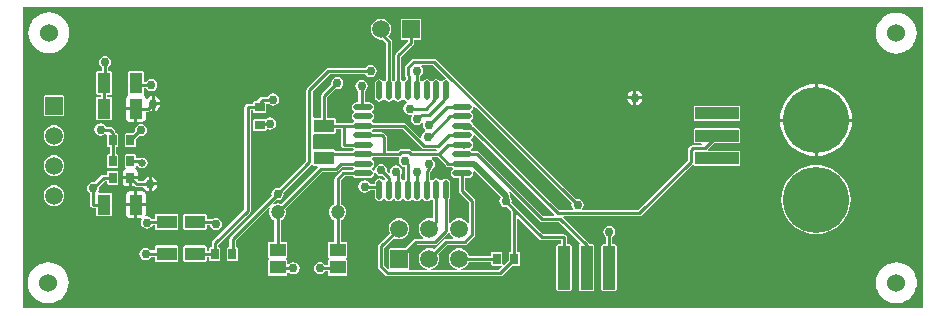
<source format=gtl>
G04 Layer_Physical_Order=1*
G04 Layer_Color=255*
%FSLAX25Y25*%
%MOIN*%
G70*
G01*
G75*
%ADD10R,0.06693X0.04331*%
%ADD11R,0.04331X0.06693*%
%ADD12R,0.02756X0.03543*%
%ADD13R,0.03543X0.02756*%
%ADD14R,0.05512X0.04331*%
%ADD15O,0.02165X0.06496*%
%ADD16O,0.06496X0.02165*%
%ADD17C,0.01000*%
%ADD18C,0.02000*%
%ADD19C,0.06000*%
%ADD20C,0.22000*%
%ADD21C,0.05905*%
%ADD22R,0.05905X0.05905*%
%ADD23C,0.04724*%
%ADD24R,0.05905X0.05905*%
%ADD25R,0.14567X0.03937*%
%ADD26R,0.03937X0.14567*%
%ADD27C,0.03000*%
%ADD28C,0.02500*%
G36*
X592000Y121000D02*
X292000D01*
Y221500D01*
X592000D01*
Y121000D01*
D02*
G37*
%LPC*%
G36*
X335000Y164950D02*
Y163000D01*
X336949D01*
X336855Y163476D01*
X336302Y164302D01*
X335475Y164855D01*
X335000Y164950D01*
D02*
G37*
G36*
X334000D02*
X333524Y164855D01*
X332698Y164302D01*
X332174Y163520D01*
X330498D01*
X330350Y163668D01*
Y164123D01*
X328453D01*
Y161832D01*
X329302D01*
X329355Y161779D01*
X329686Y161558D01*
X330076Y161480D01*
X332174D01*
X332698Y160698D01*
X333524Y160145D01*
X334000Y160050D01*
Y162500D01*
Y164950D01*
D02*
G37*
G36*
X323425Y166936D02*
X320669D01*
X320287Y166778D01*
X320128Y166395D01*
Y165643D01*
X319000D01*
X318610Y165565D01*
X318279Y165344D01*
X315998Y163063D01*
X315500Y163162D01*
X314720Y163007D01*
X314058Y162565D01*
X313616Y161904D01*
X313461Y161123D01*
X313616Y160343D01*
X314058Y159681D01*
X314480Y159399D01*
Y155623D01*
X314558Y155233D01*
X314779Y154902D01*
X315110Y154681D01*
X315500Y154604D01*
X316478D01*
Y152277D01*
X316637Y151894D01*
X317020Y151735D01*
X321350D01*
X321733Y151894D01*
X321892Y152277D01*
Y158970D01*
X321733Y159352D01*
X321350Y159511D01*
X317429D01*
X317162Y160011D01*
X317384Y160343D01*
X317539Y161123D01*
X317440Y161621D01*
X319422Y163603D01*
X320128D01*
Y162852D01*
X320287Y162469D01*
X320669Y162310D01*
X323425D01*
X323808Y162469D01*
X323966Y162852D01*
Y166395D01*
X323808Y166778D01*
X323425Y166936D01*
D02*
G37*
G36*
X336949Y162000D02*
X335000D01*
Y160050D01*
X335475Y160145D01*
X336302Y160698D01*
X336855Y161524D01*
X336949Y162000D01*
D02*
G37*
G36*
X327453Y164123D02*
X325555D01*
Y162852D01*
X325633Y162461D01*
X325854Y162130D01*
X326185Y161909D01*
X326575Y161832D01*
X327453D01*
Y164123D01*
D02*
G37*
G36*
X556000Y183300D02*
X544502D01*
X544611Y181917D01*
X545052Y180080D01*
X545775Y178335D01*
X546762Y176725D01*
X547989Y175288D01*
X549425Y174062D01*
X551035Y173075D01*
X552780Y172352D01*
X554617Y171911D01*
X556000Y171802D01*
Y183300D01*
D02*
G37*
G36*
X568498D02*
X557000D01*
Y171802D01*
X558383Y171911D01*
X560220Y172352D01*
X561965Y173075D01*
X563575Y174062D01*
X565012Y175288D01*
X566238Y176725D01*
X567225Y178335D01*
X567948Y180080D01*
X568389Y181917D01*
X568498Y183300D01*
D02*
G37*
G36*
X318000Y182662D02*
X317220Y182507D01*
X316558Y182065D01*
X316116Y181404D01*
X315961Y180623D01*
X316116Y179843D01*
X316558Y179181D01*
X317220Y178739D01*
X318000Y178584D01*
X318780Y178739D01*
X319442Y179181D01*
X319539Y179327D01*
X319771Y179313D01*
X320128Y178895D01*
Y175352D01*
X320287Y174969D01*
X320669Y174810D01*
X321028D01*
Y172436D01*
X320669D01*
X320287Y172277D01*
X320128Y171895D01*
Y168351D01*
X320287Y167969D01*
X320669Y167810D01*
X323425D01*
X323808Y167969D01*
X323966Y168351D01*
Y171895D01*
X323808Y172277D01*
X323425Y172436D01*
X323067D01*
Y174810D01*
X323425D01*
X323808Y174969D01*
X323966Y175352D01*
Y178895D01*
X323808Y179278D01*
X323425Y179436D01*
X323067D01*
Y179576D01*
X322989Y179966D01*
X322768Y180297D01*
X321721Y181344D01*
X321390Y181565D01*
X321000Y181643D01*
X319724D01*
X319442Y182065D01*
X318780Y182507D01*
X318000Y182662D01*
D02*
G37*
G36*
X302500Y172106D02*
X301599Y171987D01*
X300759Y171639D01*
X300038Y171086D01*
X299484Y170364D01*
X299136Y169525D01*
X299018Y168623D01*
X299136Y167722D01*
X299484Y166882D01*
X300038Y166161D01*
X300759Y165607D01*
X301599Y165259D01*
X302500Y165141D01*
X303401Y165259D01*
X304241Y165607D01*
X304962Y166161D01*
X305516Y166882D01*
X305864Y167722D01*
X305982Y168623D01*
X305864Y169525D01*
X305516Y170364D01*
X304962Y171086D01*
X304241Y171639D01*
X303401Y171987D01*
X302500Y172106D01*
D02*
G37*
G36*
X329331Y172436D02*
X326575D01*
X326192Y172277D01*
X326034Y171895D01*
Y168351D01*
X326192Y167969D01*
X326389Y167887D01*
X326338Y167367D01*
X326185Y167337D01*
X325854Y167116D01*
X325633Y166785D01*
X325555Y166395D01*
Y165123D01*
X327953D01*
X330350D01*
Y166395D01*
X330273Y166785D01*
X330052Y167116D01*
X329721Y167337D01*
X329568Y167367D01*
X329517Y167887D01*
X329713Y167969D01*
X329872Y168351D01*
Y168485D01*
X330372Y168637D01*
X330638Y168238D01*
X331217Y167851D01*
X331900Y167716D01*
X332583Y167851D01*
X333162Y168238D01*
X333548Y168817D01*
X333684Y169500D01*
X333548Y170183D01*
X333162Y170762D01*
X332583Y171149D01*
X331900Y171284D01*
X331217Y171149D01*
X331209Y171143D01*
X329872D01*
Y171895D01*
X329713Y172277D01*
X329331Y172436D01*
D02*
G37*
G36*
X331980Y159989D02*
X330315D01*
Y156123D01*
X333000D01*
Y158970D01*
X332922Y159360D01*
X332701Y159691D01*
X332370Y159912D01*
X331980Y159989D01*
D02*
G37*
G36*
X343347Y142015D02*
X336653D01*
X336271Y141856D01*
X336112Y141473D01*
Y140328D01*
X334600D01*
X334442Y140565D01*
X333780Y141007D01*
X333000Y141162D01*
X332220Y141007D01*
X331558Y140565D01*
X331116Y139903D01*
X330961Y139123D01*
X331116Y138343D01*
X331558Y137681D01*
X332220Y137239D01*
X333000Y137084D01*
X333780Y137239D01*
X334442Y137681D01*
X334848Y138289D01*
X336112D01*
Y137143D01*
X336271Y136760D01*
X336653Y136602D01*
X343347D01*
X343729Y136760D01*
X343888Y137143D01*
Y141473D01*
X343729Y141856D01*
X343347Y142015D01*
D02*
G37*
G36*
X556500Y168836D02*
X554695Y168693D01*
X552935Y168271D01*
X551263Y167578D01*
X549720Y166632D01*
X548343Y165457D01*
X547167Y164080D01*
X546222Y162537D01*
X545529Y160865D01*
X545107Y159105D01*
X544964Y157300D01*
X545107Y155495D01*
X545529Y153735D01*
X546222Y152063D01*
X547167Y150520D01*
X548343Y149143D01*
X549720Y147968D01*
X551263Y147022D01*
X552935Y146329D01*
X554695Y145906D01*
X556500Y145764D01*
X558305Y145906D01*
X560065Y146329D01*
X561737Y147022D01*
X563280Y147968D01*
X564657Y149143D01*
X565833Y150520D01*
X566778Y152063D01*
X567471Y153735D01*
X567894Y155495D01*
X568036Y157300D01*
X567894Y159105D01*
X567471Y160865D01*
X566778Y162537D01*
X565833Y164080D01*
X564657Y165457D01*
X563280Y166632D01*
X561737Y167578D01*
X560065Y168271D01*
X558305Y168693D01*
X556500Y168836D01*
D02*
G37*
G36*
X583300Y136421D02*
X583274Y136411D01*
X583247Y136419D01*
X582022Y136298D01*
X581973Y136272D01*
X581918Y136277D01*
X580740Y135920D01*
X580697Y135885D01*
X580642Y135880D01*
X579556Y135299D01*
X579521Y135256D01*
X579468Y135240D01*
X578516Y134459D01*
X578490Y134410D01*
X578441Y134384D01*
X577660Y133432D01*
X577644Y133379D01*
X577601Y133344D01*
X577021Y132258D01*
X577015Y132203D01*
X576980Y132160D01*
X576622Y130982D01*
X576628Y130927D01*
X576602Y130878D01*
X576481Y129653D01*
X576497Y129600D01*
X576481Y129547D01*
X576602Y128322D01*
X576628Y128273D01*
X576622Y128218D01*
X576980Y127040D01*
X577015Y126997D01*
X577021Y126942D01*
X577601Y125856D01*
X577644Y125821D01*
X577660Y125768D01*
X578441Y124816D01*
X578490Y124790D01*
X578516Y124741D01*
X579468Y123960D01*
X579521Y123944D01*
X579556Y123901D01*
X580642Y123320D01*
X580697Y123315D01*
X580740Y123280D01*
X581918Y122923D01*
X581973Y122928D01*
X582022Y122902D01*
X583247Y122781D01*
X583274Y122789D01*
X583300Y122779D01*
X583326Y122789D01*
X583353Y122781D01*
X584578Y122902D01*
X584627Y122928D01*
X584682Y122923D01*
X585860Y123280D01*
X585903Y123315D01*
X585958Y123320D01*
X587044Y123901D01*
X587079Y123944D01*
X587132Y123960D01*
X588084Y124741D01*
X588110Y124790D01*
X588159Y124816D01*
X588940Y125768D01*
X588956Y125821D01*
X588999Y125856D01*
X589579Y126942D01*
X589585Y126997D01*
X589620Y127040D01*
X589978Y128218D01*
X589972Y128273D01*
X589998Y128322D01*
X590119Y129547D01*
X590103Y129600D01*
X590119Y129653D01*
X589998Y130878D01*
X589972Y130927D01*
X589978Y130982D01*
X589620Y132160D01*
X589585Y132203D01*
X589579Y132258D01*
X588999Y133344D01*
X588956Y133379D01*
X588940Y133432D01*
X588159Y134384D01*
X588110Y134410D01*
X588084Y134459D01*
X587132Y135240D01*
X587079Y135256D01*
X587044Y135299D01*
X585958Y135880D01*
X585903Y135885D01*
X585860Y135920D01*
X584682Y136277D01*
X584627Y136272D01*
X584578Y136298D01*
X583353Y136419D01*
X583326Y136411D01*
X583300Y136421D01*
D02*
G37*
G36*
X487600Y148539D02*
X486820Y148384D01*
X486158Y147942D01*
X485716Y147280D01*
X485561Y146500D01*
X485716Y145720D01*
X486158Y145058D01*
X486480Y144843D01*
Y142448D01*
X485532D01*
X485149Y142289D01*
X484990Y141907D01*
Y127340D01*
X485149Y126957D01*
X485532Y126798D01*
X489468D01*
X489851Y126957D01*
X490010Y127340D01*
Y141907D01*
X489851Y142289D01*
X489468Y142448D01*
X488520D01*
Y144709D01*
X489042Y145058D01*
X489484Y145720D01*
X489639Y146500D01*
X489484Y147280D01*
X489042Y147942D01*
X488380Y148384D01*
X487600Y148539D01*
D02*
G37*
G36*
X300600Y136421D02*
X300574Y136411D01*
X300547Y136419D01*
X299322Y136298D01*
X299273Y136272D01*
X299218Y136277D01*
X298040Y135920D01*
X297997Y135885D01*
X297941Y135880D01*
X296856Y135299D01*
X296821Y135256D01*
X296768Y135240D01*
X295816Y134459D01*
X295790Y134410D01*
X295741Y134384D01*
X294960Y133432D01*
X294944Y133379D01*
X294901Y133344D01*
X294321Y132258D01*
X294315Y132203D01*
X294280Y132160D01*
X293922Y130982D01*
X293928Y130927D01*
X293902Y130878D01*
X293781Y129653D01*
X293797Y129600D01*
X293781Y129547D01*
X293902Y128322D01*
X293928Y128273D01*
X293922Y128218D01*
X294280Y127040D01*
X294315Y126997D01*
X294321Y126942D01*
X294901Y125856D01*
X294944Y125821D01*
X294960Y125768D01*
X295741Y124816D01*
X295790Y124790D01*
X295816Y124741D01*
X296768Y123960D01*
X296821Y123944D01*
X296856Y123901D01*
X297941Y123320D01*
X297997Y123315D01*
X298040Y123280D01*
X299218Y122923D01*
X299273Y122928D01*
X299322Y122902D01*
X300547Y122781D01*
X300574Y122789D01*
X300600Y122779D01*
X300626Y122789D01*
X300653Y122781D01*
X301878Y122902D01*
X301927Y122928D01*
X301982Y122923D01*
X303160Y123280D01*
X303203Y123315D01*
X303258Y123320D01*
X304344Y123901D01*
X304379Y123944D01*
X304432Y123960D01*
X305384Y124741D01*
X305410Y124790D01*
X305459Y124816D01*
X306240Y125768D01*
X306256Y125821D01*
X306299Y125856D01*
X306879Y126942D01*
X306885Y126997D01*
X306920Y127040D01*
X307277Y128218D01*
X307272Y128273D01*
X307298Y128322D01*
X307419Y129547D01*
X307403Y129600D01*
X307419Y129653D01*
X307298Y130878D01*
X307272Y130927D01*
X307277Y130982D01*
X306920Y132160D01*
X306885Y132203D01*
X306879Y132258D01*
X306299Y133344D01*
X306256Y133379D01*
X306240Y133432D01*
X305459Y134384D01*
X305410Y134410D01*
X305384Y134459D01*
X304432Y135240D01*
X304379Y135256D01*
X304344Y135299D01*
X303258Y135880D01*
X303203Y135885D01*
X303160Y135920D01*
X301982Y136277D01*
X301927Y136272D01*
X301878Y136298D01*
X300653Y136419D01*
X300626Y136411D01*
X300600Y136421D01*
D02*
G37*
G36*
X302500Y162106D02*
X301599Y161987D01*
X300759Y161639D01*
X300038Y161086D01*
X299484Y160364D01*
X299136Y159525D01*
X299018Y158623D01*
X299136Y157722D01*
X299484Y156882D01*
X300038Y156161D01*
X300759Y155607D01*
X301599Y155259D01*
X302500Y155141D01*
X303401Y155259D01*
X304241Y155607D01*
X304962Y156161D01*
X305516Y156882D01*
X305864Y157722D01*
X305982Y158623D01*
X305864Y159525D01*
X305516Y160364D01*
X304962Y161086D01*
X304241Y161639D01*
X303401Y161987D01*
X302500Y162106D01*
D02*
G37*
G36*
X329315Y159989D02*
X327650D01*
X327259Y159912D01*
X326929Y159691D01*
X326708Y159360D01*
X326630Y158970D01*
Y156123D01*
X329315D01*
Y159989D01*
D02*
G37*
G36*
Y155123D02*
X326630D01*
Y152277D01*
X326708Y151886D01*
X326929Y151556D01*
X327259Y151335D01*
X327650Y151257D01*
X329315D01*
Y155123D01*
D02*
G37*
G36*
X352847Y152645D02*
X346153D01*
X345771Y152486D01*
X345612Y152103D01*
Y147773D01*
X345771Y147390D01*
X346153Y147231D01*
X352847D01*
X353229Y147390D01*
X353388Y147773D01*
Y148918D01*
X354502D01*
X354616Y148343D01*
X355058Y147681D01*
X355720Y147239D01*
X356500Y147084D01*
X357280Y147239D01*
X357942Y147681D01*
X358384Y148343D01*
X358539Y149123D01*
X358384Y149904D01*
X357942Y150565D01*
X357280Y151007D01*
X356500Y151162D01*
X355720Y151007D01*
X355646Y150958D01*
X353388D01*
Y152103D01*
X353229Y152486D01*
X352847Y152645D01*
D02*
G37*
G36*
X333000Y155123D02*
X330315D01*
Y151257D01*
X331585D01*
X331852Y150757D01*
X331616Y150403D01*
X331461Y149623D01*
X331616Y148843D01*
X332058Y148181D01*
X332720Y147739D01*
X333500Y147584D01*
X334280Y147739D01*
X334942Y148181D01*
X335384Y148843D01*
X335399Y148918D01*
X336112D01*
Y147773D01*
X336271Y147390D01*
X336653Y147231D01*
X343347D01*
X343729Y147390D01*
X343888Y147773D01*
Y152103D01*
X343729Y152486D01*
X343347Y152645D01*
X336653D01*
X336271Y152486D01*
X336112Y152103D01*
Y150958D01*
X335014D01*
X334942Y151065D01*
X334280Y151507D01*
X333500Y151662D01*
X333343Y151631D01*
X333253Y151685D01*
X332958Y152064D01*
X333000Y152277D01*
Y155123D01*
D02*
G37*
G36*
X498550Y190700D02*
X496600D01*
Y188751D01*
X497076Y188845D01*
X497902Y189398D01*
X498455Y190225D01*
X498550Y190700D01*
D02*
G37*
G36*
X336000Y191750D02*
Y189800D01*
X337949D01*
X337855Y190276D01*
X337302Y191102D01*
X336475Y191655D01*
X336000Y191750D01*
D02*
G37*
G36*
X495600Y190700D02*
X493650D01*
X493745Y190225D01*
X494298Y189398D01*
X495124Y188845D01*
X495600Y188751D01*
Y190700D01*
D02*
G37*
G36*
X337949Y188800D02*
X336000D01*
Y186851D01*
X336475Y186945D01*
X337302Y187498D01*
X337855Y188324D01*
X337949Y188800D01*
D02*
G37*
G36*
X375500Y192662D02*
X374720Y192507D01*
X374058Y192065D01*
X373776Y191643D01*
X372000D01*
X371610Y191565D01*
X371279Y191344D01*
X370279Y190344D01*
X370058Y190013D01*
X370054Y189995D01*
X369228D01*
X368846Y189837D01*
X368687Y189454D01*
Y189143D01*
X367000D01*
X366610Y189065D01*
X366279Y188844D01*
X366058Y188513D01*
X365980Y188123D01*
Y154045D01*
X355326Y143391D01*
X355105Y143061D01*
X355028Y142670D01*
Y141436D01*
X354669D01*
X354287Y141278D01*
X354128Y140895D01*
Y140143D01*
X353388D01*
Y141473D01*
X353229Y141856D01*
X352847Y142015D01*
X346153D01*
X345771Y141856D01*
X345612Y141473D01*
Y137143D01*
X345771Y136760D01*
X346153Y136602D01*
X352847D01*
X353229Y136760D01*
X353388Y137143D01*
Y138103D01*
X354128D01*
Y137352D01*
X354287Y136969D01*
X354669Y136810D01*
X357425D01*
X357808Y136969D01*
X357966Y137352D01*
Y140895D01*
X357808Y141278D01*
X357425Y141436D01*
X357067D01*
Y142248D01*
X367721Y152902D01*
X367942Y153233D01*
X368020Y153623D01*
Y187103D01*
X368687D01*
Y186698D01*
X368846Y186315D01*
X369228Y186157D01*
X372772D01*
X373154Y186315D01*
X373313Y186698D01*
Y188986D01*
X373802Y189479D01*
X373859D01*
X374058Y189181D01*
X374720Y188739D01*
X375500Y188584D01*
X376280Y188739D01*
X376942Y189181D01*
X377384Y189843D01*
X377539Y190623D01*
X377384Y191403D01*
X376942Y192065D01*
X376280Y192507D01*
X375500Y192662D01*
D02*
G37*
G36*
X495600Y193649D02*
X495124Y193555D01*
X494298Y193002D01*
X493745Y192175D01*
X493650Y191700D01*
X495600D01*
Y193649D01*
D02*
G37*
G36*
X583200Y219621D02*
X583174Y219611D01*
X583147Y219619D01*
X581922Y219498D01*
X581873Y219472D01*
X581818Y219478D01*
X580640Y219120D01*
X580597Y219085D01*
X580542Y219079D01*
X579456Y218499D01*
X579421Y218456D01*
X579368Y218440D01*
X578416Y217659D01*
X578390Y217610D01*
X578341Y217584D01*
X577560Y216632D01*
X577544Y216579D01*
X577501Y216544D01*
X576921Y215458D01*
X576915Y215403D01*
X576880Y215360D01*
X576522Y214182D01*
X576528Y214127D01*
X576502Y214078D01*
X576381Y212853D01*
X576397Y212800D01*
X576381Y212747D01*
X576502Y211522D01*
X576528Y211473D01*
X576522Y211418D01*
X576880Y210240D01*
X576915Y210197D01*
X576921Y210141D01*
X577501Y209056D01*
X577544Y209021D01*
X577560Y208968D01*
X578341Y208016D01*
X578390Y207990D01*
X578416Y207941D01*
X579368Y207160D01*
X579421Y207144D01*
X579456Y207101D01*
X580542Y206521D01*
X580597Y206515D01*
X580640Y206480D01*
X581818Y206122D01*
X581873Y206128D01*
X581922Y206102D01*
X583147Y205981D01*
X583174Y205989D01*
X583200Y205979D01*
X583226Y205989D01*
X583253Y205981D01*
X584478Y206102D01*
X584527Y206128D01*
X584582Y206122D01*
X585760Y206480D01*
X585803Y206515D01*
X585858Y206521D01*
X586944Y207101D01*
X586979Y207144D01*
X587032Y207160D01*
X587984Y207941D01*
X588010Y207990D01*
X588059Y208016D01*
X588840Y208968D01*
X588856Y209021D01*
X588899Y209056D01*
X589479Y210141D01*
X589485Y210197D01*
X589520Y210240D01*
X589878Y211418D01*
X589872Y211473D01*
X589898Y211522D01*
X590019Y212747D01*
X590003Y212800D01*
X590019Y212853D01*
X589898Y214078D01*
X589872Y214127D01*
X589878Y214182D01*
X589520Y215360D01*
X589485Y215403D01*
X589479Y215458D01*
X588899Y216544D01*
X588856Y216579D01*
X588840Y216632D01*
X588059Y217584D01*
X588010Y217610D01*
X587984Y217659D01*
X587032Y218440D01*
X586979Y218456D01*
X586944Y218499D01*
X585858Y219079D01*
X585803Y219085D01*
X585760Y219120D01*
X584582Y219478D01*
X584527Y219472D01*
X584478Y219498D01*
X583253Y219619D01*
X583226Y219611D01*
X583200Y219621D01*
D02*
G37*
G36*
X300800Y219721D02*
X300774Y219711D01*
X300747Y219719D01*
X299522Y219598D01*
X299473Y219572D01*
X299418Y219578D01*
X298240Y219220D01*
X298197Y219185D01*
X298142Y219180D01*
X297056Y218599D01*
X297021Y218556D01*
X296968Y218540D01*
X296016Y217759D01*
X295990Y217710D01*
X295941Y217684D01*
X295160Y216732D01*
X295144Y216679D01*
X295101Y216644D01*
X294520Y215559D01*
X294515Y215503D01*
X294480Y215460D01*
X294123Y214282D01*
X294128Y214227D01*
X294102Y214178D01*
X293981Y212953D01*
X293997Y212900D01*
X293981Y212847D01*
X294102Y211622D01*
X294128Y211573D01*
X294123Y211518D01*
X294480Y210340D01*
X294515Y210297D01*
X294520Y210242D01*
X295101Y209156D01*
X295144Y209121D01*
X295160Y209068D01*
X295941Y208116D01*
X295990Y208090D01*
X296016Y208041D01*
X296968Y207260D01*
X297021Y207244D01*
X297056Y207201D01*
X298142Y206621D01*
X298197Y206615D01*
X298240Y206580D01*
X299418Y206223D01*
X299473Y206228D01*
X299522Y206202D01*
X300747Y206081D01*
X300774Y206089D01*
X300800Y206079D01*
X300826Y206089D01*
X300853Y206081D01*
X302078Y206202D01*
X302127Y206228D01*
X302182Y206223D01*
X303360Y206580D01*
X303403Y206615D01*
X303458Y206621D01*
X304544Y207201D01*
X304579Y207244D01*
X304632Y207260D01*
X305584Y208041D01*
X305610Y208090D01*
X305659Y208116D01*
X306440Y209068D01*
X306456Y209121D01*
X306499Y209156D01*
X307080Y210242D01*
X307085Y210297D01*
X307120Y210340D01*
X307477Y211518D01*
X307472Y211573D01*
X307498Y211622D01*
X307619Y212847D01*
X307603Y212900D01*
X307619Y212953D01*
X307498Y214178D01*
X307472Y214227D01*
X307477Y214282D01*
X307120Y215460D01*
X307085Y215503D01*
X307080Y215559D01*
X306499Y216644D01*
X306456Y216679D01*
X306440Y216732D01*
X305659Y217684D01*
X305610Y217710D01*
X305584Y217759D01*
X304632Y218540D01*
X304579Y218556D01*
X304544Y218599D01*
X303458Y219180D01*
X303403Y219185D01*
X303360Y219220D01*
X302182Y219578D01*
X302127Y219572D01*
X302078Y219598D01*
X300853Y219719D01*
X300826Y219711D01*
X300800Y219721D01*
D02*
G37*
G36*
X424453Y217617D02*
X418547D01*
X418165Y217459D01*
X418006Y217076D01*
Y211170D01*
X418165Y210788D01*
X418547Y210629D01*
X420480D01*
Y210046D01*
X416555Y206120D01*
X416334Y205789D01*
X416256Y205399D01*
Y197046D01*
X416135Y196965D01*
X416002Y196766D01*
X415529D01*
X415146Y197160D01*
Y209997D01*
X415068Y210387D01*
X414847Y210718D01*
X413959Y211606D01*
X413963Y211661D01*
X414516Y212382D01*
X414864Y213222D01*
X414983Y214123D01*
X414864Y215024D01*
X414516Y215864D01*
X413963Y216586D01*
X413241Y217139D01*
X412401Y217487D01*
X411500Y217606D01*
X410599Y217487D01*
X409759Y217139D01*
X409037Y216586D01*
X408484Y215864D01*
X408136Y215024D01*
X408017Y214123D01*
X408136Y213222D01*
X408484Y212382D01*
X409037Y211661D01*
X409759Y211107D01*
X410599Y210759D01*
X411500Y210641D01*
X411978Y210703D01*
X413106Y209575D01*
Y197046D01*
X412985Y196965D01*
X412852Y196766D01*
X412251D01*
X412117Y196965D01*
X411594Y197315D01*
X410976Y197438D01*
X410359Y197315D01*
X409835Y196965D01*
X409485Y196441D01*
X409363Y195824D01*
Y191493D01*
X409485Y190876D01*
X409835Y190352D01*
X410359Y190002D01*
X410976Y189880D01*
X411594Y190002D01*
X412117Y190352D01*
X412251Y190551D01*
X412852D01*
X412985Y190352D01*
X413509Y190002D01*
X414126Y189880D01*
X414744Y190002D01*
X415267Y190352D01*
X415400Y190551D01*
X416002D01*
X416135Y190352D01*
X416658Y190002D01*
X417276Y189880D01*
X417893Y190002D01*
X418417Y190352D01*
X418550Y190551D01*
X419151D01*
X419284Y190352D01*
X419808Y190002D01*
X420056Y189953D01*
X420079Y189891D01*
X420108Y189433D01*
X419558Y189065D01*
X419116Y188403D01*
X418961Y187623D01*
X419116Y186843D01*
X419558Y186181D01*
X420220Y185739D01*
X421000Y185584D01*
X421541Y185692D01*
X421842Y185242D01*
X421616Y184904D01*
X421461Y184123D01*
X421616Y183343D01*
X422058Y182681D01*
X422720Y182239D01*
X423500Y182084D01*
X424280Y182239D01*
X424942Y182681D01*
X425113Y182937D01*
X425584Y182742D01*
X425461Y182123D01*
X425616Y181343D01*
X426058Y180681D01*
X426285Y180530D01*
X426220Y180007D01*
X425558Y179565D01*
X425116Y178903D01*
X424961Y178123D01*
X424974Y178055D01*
X424513Y177809D01*
X419754Y182569D01*
X419423Y182790D01*
X419033Y182867D01*
X408852D01*
X408771Y182989D01*
X408572Y183122D01*
Y183723D01*
X408771Y183856D01*
X409121Y184380D01*
X409244Y184997D01*
X409121Y185615D01*
X408771Y186138D01*
X408572Y186271D01*
Y186873D01*
X408771Y187006D01*
X409121Y187529D01*
X409244Y188147D01*
X409121Y188764D01*
X408771Y189288D01*
X408248Y189638D01*
X407630Y189760D01*
X406020D01*
Y193399D01*
X406442Y193681D01*
X406884Y194343D01*
X407039Y195123D01*
X406884Y195904D01*
X406442Y196565D01*
X405780Y197007D01*
X405000Y197162D01*
X404220Y197007D01*
X403558Y196565D01*
X403116Y195904D01*
X402961Y195123D01*
X403116Y194343D01*
X403558Y193681D01*
X403980Y193399D01*
Y189760D01*
X403299D01*
X402682Y189638D01*
X402158Y189288D01*
X401808Y188764D01*
X401685Y188147D01*
X401808Y187529D01*
X402158Y187006D01*
X402357Y186873D01*
Y186271D01*
X402158Y186138D01*
X401808Y185615D01*
X401685Y184997D01*
X401808Y184380D01*
X402158Y183856D01*
X402357Y183723D01*
Y183251D01*
X401963Y182867D01*
X396388D01*
Y184103D01*
X396229Y184486D01*
X395847Y184645D01*
X393520D01*
Y191378D01*
X396402Y194260D01*
X396900Y194161D01*
X397680Y194316D01*
X398342Y194758D01*
X398784Y195420D01*
X398939Y196200D01*
X398784Y196980D01*
X398342Y197642D01*
X397680Y198084D01*
X396900Y198239D01*
X396120Y198084D01*
X395458Y197642D01*
X395016Y196980D01*
X394861Y196200D01*
X394960Y195702D01*
X391779Y192521D01*
X391558Y192190D01*
X391480Y191800D01*
Y184645D01*
X389154D01*
X388673Y184987D01*
Y193431D01*
X394345Y199103D01*
X406276D01*
X406558Y198681D01*
X407220Y198239D01*
X408000Y198084D01*
X408780Y198239D01*
X409442Y198681D01*
X409884Y199343D01*
X410039Y200123D01*
X409884Y200904D01*
X409442Y201565D01*
X408780Y202007D01*
X408000Y202162D01*
X407220Y202007D01*
X406558Y201565D01*
X406276Y201143D01*
X393923D01*
X393533Y201065D01*
X393202Y200844D01*
X386933Y194574D01*
X386712Y194244D01*
X386634Y193853D01*
Y170199D01*
X377498Y161063D01*
X377000Y161162D01*
X376220Y161007D01*
X375558Y160565D01*
X375116Y159904D01*
X374961Y159123D01*
X375060Y158625D01*
X361279Y144844D01*
X361058Y144513D01*
X360980Y144123D01*
Y141436D01*
X360575D01*
X360192Y141278D01*
X360034Y140895D01*
Y137352D01*
X360192Y136969D01*
X360575Y136810D01*
X363331D01*
X363713Y136969D01*
X363872Y137352D01*
Y140895D01*
X363713Y141278D01*
X363331Y141436D01*
X363020D01*
Y143701D01*
X374010Y154692D01*
X374434Y154409D01*
X374212Y153870D01*
X374113Y153123D01*
X374212Y152376D01*
X374500Y151680D01*
X374959Y151082D01*
X375557Y150623D01*
X375980Y150447D01*
Y143282D01*
X374244D01*
X373861Y143124D01*
X373703Y142741D01*
Y138410D01*
X373861Y138028D01*
X374244Y137869D01*
Y137377D01*
X373861Y137218D01*
X373703Y136836D01*
Y132505D01*
X373861Y132122D01*
X374244Y131964D01*
X379756D01*
X380139Y132122D01*
X380297Y132505D01*
Y132898D01*
X380797Y133049D01*
X380858Y132958D01*
X381520Y132516D01*
X382300Y132361D01*
X383080Y132516D01*
X383742Y132958D01*
X384184Y133620D01*
X384339Y134400D01*
X384184Y135180D01*
X383742Y135842D01*
X383080Y136284D01*
X382300Y136439D01*
X381520Y136284D01*
X380858Y135842D01*
X380797Y135751D01*
X380297Y135902D01*
Y136836D01*
X380139Y137218D01*
X379756Y137377D01*
Y137869D01*
X380139Y138028D01*
X380297Y138410D01*
Y142741D01*
X380139Y143124D01*
X379756Y143282D01*
X378020D01*
Y150447D01*
X378443Y150623D01*
X379041Y151082D01*
X379500Y151680D01*
X379788Y152376D01*
X379887Y153123D01*
X379788Y153870D01*
X379613Y154294D01*
X391942Y166623D01*
X396468D01*
X396858Y166701D01*
X397189Y166922D01*
X398496Y168229D01*
X402077D01*
X402158Y168108D01*
X402357Y167975D01*
Y167503D01*
X401963Y167119D01*
X398976D01*
X398586Y167042D01*
X398255Y166821D01*
X396279Y164844D01*
X396058Y164513D01*
X395980Y164123D01*
Y155799D01*
X395557Y155623D01*
X394959Y155165D01*
X394500Y154567D01*
X394212Y153870D01*
X394113Y153123D01*
X394212Y152376D01*
X394500Y151680D01*
X394959Y151082D01*
X395557Y150623D01*
X395980Y150447D01*
Y143282D01*
X394244D01*
X393861Y143124D01*
X393703Y142741D01*
Y138410D01*
X393861Y138028D01*
X394244Y137869D01*
Y137377D01*
X393861Y137218D01*
X393703Y136836D01*
Y135520D01*
X392924D01*
X392642Y135942D01*
X391980Y136384D01*
X391200Y136539D01*
X390420Y136384D01*
X389758Y135942D01*
X389316Y135280D01*
X389161Y134500D01*
X389316Y133720D01*
X389758Y133058D01*
X390420Y132616D01*
X391200Y132461D01*
X391980Y132616D01*
X392642Y133058D01*
X392924Y133480D01*
X393703D01*
Y132505D01*
X393861Y132122D01*
X394244Y131964D01*
X399756D01*
X400139Y132122D01*
X400297Y132505D01*
Y136836D01*
X400139Y137218D01*
X399756Y137377D01*
Y137869D01*
X400139Y138028D01*
X400297Y138410D01*
Y142741D01*
X400139Y143124D01*
X399756Y143282D01*
X398020D01*
Y150447D01*
X398443Y150623D01*
X399041Y151082D01*
X399500Y151680D01*
X399788Y152376D01*
X399887Y153123D01*
X399788Y153870D01*
X399500Y154567D01*
X399041Y155165D01*
X398443Y155623D01*
X398020Y155799D01*
Y163701D01*
X399399Y165080D01*
X402077D01*
X402158Y164959D01*
X402682Y164609D01*
X403299Y164486D01*
X407630D01*
X408248Y164609D01*
X408771Y164959D01*
X409121Y165482D01*
X409228Y166023D01*
X409467Y166133D01*
X409729Y166173D01*
X410058Y165681D01*
X410720Y165239D01*
X411500Y165084D01*
X411998Y165183D01*
X412806Y164376D01*
X412877Y164185D01*
X412681Y163900D01*
X412117Y163894D01*
X411594Y164244D01*
X410976Y164367D01*
X410359Y164244D01*
X409835Y163894D01*
X409485Y163371D01*
X409363Y162753D01*
Y162643D01*
X407724D01*
X407442Y163065D01*
X406780Y163507D01*
X406000Y163662D01*
X405220Y163507D01*
X404558Y163065D01*
X404116Y162404D01*
X403961Y161623D01*
X404116Y160843D01*
X404558Y160181D01*
X405220Y159739D01*
X406000Y159584D01*
X406780Y159739D01*
X407442Y160181D01*
X407724Y160603D01*
X409363D01*
Y158422D01*
X409485Y157805D01*
X409835Y157281D01*
X410359Y156931D01*
X410976Y156809D01*
X411594Y156931D01*
X412117Y157281D01*
X412251Y157481D01*
X412852D01*
X412985Y157281D01*
X413509Y156931D01*
X414126Y156809D01*
X414744Y156931D01*
X415267Y157281D01*
X415400Y157481D01*
X416002D01*
X416135Y157281D01*
X416658Y156931D01*
X417276Y156809D01*
X417893Y156931D01*
X418417Y157281D01*
X418550Y157481D01*
X419151D01*
X419284Y157281D01*
X419808Y156931D01*
X420425Y156809D01*
X421043Y156931D01*
X421566Y157281D01*
X421699Y157481D01*
X422301D01*
X422434Y157281D01*
X422957Y156931D01*
X423575Y156809D01*
X424192Y156931D01*
X424716Y157281D01*
X424849Y157481D01*
X425450D01*
X425583Y157281D01*
X426107Y156931D01*
X426724Y156809D01*
X427342Y156931D01*
X427865Y157281D01*
X427998Y157481D01*
X428471D01*
X428854Y157086D01*
Y151249D01*
X428513Y151021D01*
X428354Y150993D01*
X427500Y151106D01*
X426599Y150987D01*
X425759Y150639D01*
X425037Y150086D01*
X424484Y149364D01*
X424136Y148524D01*
X424017Y147623D01*
X424136Y146722D01*
X424484Y145882D01*
X425037Y145161D01*
X425651Y144690D01*
X425537Y144215D01*
X425523Y144190D01*
X423047D01*
X422657Y144112D01*
X422326Y143891D01*
X419552Y141117D01*
X414547D01*
X414165Y140959D01*
X414006Y140576D01*
Y134670D01*
X414096Y134453D01*
X413672Y134170D01*
X412620Y135222D01*
Y141301D01*
X415877Y144558D01*
X416599Y144259D01*
X417500Y144141D01*
X418401Y144259D01*
X419241Y144607D01*
X419963Y145161D01*
X420516Y145882D01*
X420864Y146722D01*
X420983Y147623D01*
X420864Y148524D01*
X420516Y149364D01*
X419963Y150086D01*
X419241Y150639D01*
X418401Y150987D01*
X417500Y151106D01*
X416599Y150987D01*
X415759Y150639D01*
X415037Y150086D01*
X414484Y149364D01*
X414136Y148524D01*
X414017Y147623D01*
X414136Y146722D01*
X414435Y146000D01*
X410879Y142444D01*
X410658Y142113D01*
X410580Y141723D01*
Y134800D01*
X410658Y134410D01*
X410879Y134079D01*
X412979Y131979D01*
X413310Y131758D01*
X413700Y131680D01*
X451030D01*
X451420Y131758D01*
X451751Y131979D01*
X455082Y135310D01*
X457331D01*
X457713Y135469D01*
X457872Y135852D01*
Y139395D01*
X457713Y139778D01*
X457331Y139936D01*
X456972D01*
Y150732D01*
X457434Y150924D01*
X464379Y143979D01*
X464710Y143758D01*
X465100Y143680D01*
X471480D01*
Y142448D01*
X470532D01*
X470149Y142289D01*
X469990Y141907D01*
Y127340D01*
X470149Y126957D01*
X470532Y126798D01*
X474469D01*
X474851Y126957D01*
X475010Y127340D01*
Y141907D01*
X474851Y142289D01*
X474469Y142448D01*
X473520D01*
Y144700D01*
X473442Y145090D01*
X473221Y145421D01*
X472890Y145642D01*
X472500Y145720D01*
X465522D01*
X456674Y154568D01*
X454940Y156302D01*
X455039Y156800D01*
X454884Y157580D01*
X454529Y158111D01*
Y158600D01*
X454413Y159185D01*
X454081Y159681D01*
X454443Y160015D01*
X464379Y150079D01*
X464710Y149858D01*
X465100Y149780D01*
X470778D01*
X477704Y142854D01*
X477649Y142289D01*
X477490Y141907D01*
Y127340D01*
X477649Y126957D01*
X478031Y126798D01*
X481968D01*
X482351Y126957D01*
X482510Y127340D01*
Y141907D01*
X482351Y142289D01*
X481968Y142448D01*
X480903D01*
X480721Y142721D01*
X472261Y151180D01*
X472469Y151680D01*
X497577D01*
X497967Y151758D01*
X498298Y151979D01*
X515234Y168915D01*
X515809Y168821D01*
X515816Y168816D01*
X515834Y168772D01*
X516217Y168613D01*
X530784D01*
X531166Y168772D01*
X531325Y169155D01*
Y173092D01*
X531166Y173474D01*
X530784Y173633D01*
X520659D01*
X520452Y174133D01*
X522432Y176113D01*
X530784D01*
X531166Y176272D01*
X531325Y176655D01*
Y180592D01*
X531166Y180974D01*
X530784Y181133D01*
X516217D01*
X515834Y180974D01*
X515675Y180592D01*
Y176655D01*
X515834Y176272D01*
X516217Y176113D01*
X518296D01*
X518563Y175613D01*
X518562Y175611D01*
X515595D01*
X515205Y175534D01*
X514874Y175313D01*
X513996Y174434D01*
X513774Y174103D01*
X513697Y173713D01*
Y170262D01*
X497155Y153720D01*
X478767D01*
X478550Y154220D01*
X478884Y154720D01*
X479039Y155500D01*
X478884Y156280D01*
X478442Y156942D01*
X477780Y157384D01*
X477000Y157539D01*
X476502Y157440D01*
X430023Y203919D01*
X429692Y204140D01*
X429302Y204218D01*
X422332D01*
X421942Y204140D01*
X421611Y203919D01*
X419854Y202162D01*
X419633Y201831D01*
X419555Y201441D01*
Y198955D01*
X419633Y198565D01*
X419854Y198234D01*
X419973Y198116D01*
Y197348D01*
X419808Y197315D01*
X419284Y196965D01*
X419151Y196766D01*
X418679D01*
X418295Y197160D01*
Y204976D01*
X422221Y208902D01*
X422442Y209233D01*
X422520Y209623D01*
Y210629D01*
X424453D01*
X424835Y210788D01*
X424994Y211170D01*
Y217076D01*
X424835Y217459D01*
X424453Y217617D01*
D02*
G37*
G36*
X496600Y193649D02*
Y191700D01*
X498550D01*
X498455Y192175D01*
X497902Y193002D01*
X497076Y193555D01*
X496600Y193649D01*
D02*
G37*
G36*
X331980Y200011D02*
X327650D01*
X327267Y199852D01*
X327108Y199470D01*
Y192777D01*
X327256Y192421D01*
X327267Y192372D01*
X327265Y192263D01*
X327208Y191877D01*
X326929Y191691D01*
X326708Y191360D01*
X326630Y190970D01*
Y188123D01*
X329815D01*
Y187623D01*
X330315D01*
Y183257D01*
X331980D01*
X332370Y183335D01*
X332701Y183556D01*
X332922Y183887D01*
X333000Y184277D01*
Y186603D01*
X333823D01*
X334213Y186681D01*
X334544Y186902D01*
X334577Y186935D01*
X335000Y186851D01*
Y189300D01*
Y191750D01*
X334524Y191655D01*
X333698Y191102D01*
X333500Y190806D01*
X333000Y190958D01*
Y190970D01*
X332922Y191360D01*
X332701Y191691D01*
X332422Y191877D01*
X332365Y192263D01*
X332363Y192372D01*
X332374Y192421D01*
X332522Y192777D01*
Y194480D01*
X333176D01*
X333458Y194058D01*
X334120Y193616D01*
X334900Y193461D01*
X335680Y193616D01*
X336342Y194058D01*
X336784Y194720D01*
X336939Y195500D01*
X336784Y196280D01*
X336342Y196942D01*
X335680Y197384D01*
X334900Y197539D01*
X334120Y197384D01*
X333458Y196942D01*
X333176Y196520D01*
X332522D01*
Y199470D01*
X332363Y199852D01*
X331980Y200011D01*
D02*
G37*
G36*
X305453Y192117D02*
X299547D01*
X299165Y191959D01*
X299006Y191576D01*
Y185670D01*
X299165Y185288D01*
X299547Y185129D01*
X305453D01*
X305835Y185288D01*
X305994Y185670D01*
Y191576D01*
X305835Y191959D01*
X305453Y192117D01*
D02*
G37*
G36*
X530784Y188633D02*
X516217D01*
X515834Y188474D01*
X515675Y188092D01*
Y184155D01*
X515834Y183772D01*
X516217Y183613D01*
X530784D01*
X531166Y183772D01*
X531325Y184155D01*
Y188092D01*
X531166Y188474D01*
X530784Y188633D01*
D02*
G37*
G36*
X319500Y205162D02*
X318720Y205007D01*
X318058Y204565D01*
X317616Y203904D01*
X317461Y203123D01*
X317616Y202343D01*
X318058Y201681D01*
X318480Y201399D01*
Y200011D01*
X317020D01*
X316637Y199852D01*
X316478Y199470D01*
Y192777D01*
X316637Y192394D01*
X317020Y192236D01*
X318165D01*
Y191511D01*
X317020D01*
X316637Y191352D01*
X316478Y190970D01*
Y184277D01*
X316637Y183894D01*
X317020Y183736D01*
X321350D01*
X321733Y183894D01*
X321892Y184277D01*
Y190970D01*
X321733Y191352D01*
X321350Y191511D01*
X320205D01*
Y192236D01*
X321350D01*
X321733Y192394D01*
X321892Y192777D01*
Y199470D01*
X321733Y199852D01*
X321350Y200011D01*
X320520D01*
Y201399D01*
X320942Y201681D01*
X321384Y202343D01*
X321539Y203123D01*
X321384Y203904D01*
X320942Y204565D01*
X320280Y205007D01*
X319500Y205162D01*
D02*
G37*
G36*
X329315Y187123D02*
X326630D01*
Y184277D01*
X326708Y183887D01*
X326929Y183556D01*
X327259Y183335D01*
X327650Y183257D01*
X329315D01*
Y187123D01*
D02*
G37*
G36*
X302500Y182106D02*
X301599Y181987D01*
X300759Y181639D01*
X300038Y181086D01*
X299484Y180364D01*
X299136Y179525D01*
X299018Y178623D01*
X299136Y177722D01*
X299484Y176882D01*
X300038Y176161D01*
X300759Y175607D01*
X301599Y175259D01*
X302500Y175141D01*
X303401Y175259D01*
X304241Y175607D01*
X304962Y176161D01*
X305516Y176882D01*
X305864Y177722D01*
X305982Y178623D01*
X305864Y179525D01*
X305516Y180364D01*
X304962Y181086D01*
X304241Y181639D01*
X303401Y181987D01*
X302500Y182106D01*
D02*
G37*
G36*
X331500Y182539D02*
X330720Y182384D01*
X330058Y181942D01*
X329616Y181280D01*
X329461Y180500D01*
X329532Y180144D01*
X328824Y179436D01*
X326575D01*
X326192Y179278D01*
X326034Y178895D01*
Y175352D01*
X326192Y174969D01*
X326575Y174810D01*
X329331D01*
X329713Y174969D01*
X329872Y175352D01*
Y177600D01*
X330860Y178588D01*
X331500Y178461D01*
X332280Y178616D01*
X332942Y179058D01*
X333384Y179720D01*
X333539Y180500D01*
X333384Y181280D01*
X332942Y181942D01*
X332280Y182384D01*
X331500Y182539D01*
D02*
G37*
G36*
X556000Y195798D02*
X554617Y195689D01*
X552780Y195248D01*
X551035Y194525D01*
X549425Y193538D01*
X547989Y192312D01*
X546762Y190875D01*
X545775Y189265D01*
X545052Y187520D01*
X544611Y185683D01*
X544502Y184300D01*
X556000D01*
Y195798D01*
D02*
G37*
G36*
X374500Y184662D02*
X373720Y184507D01*
X373058Y184065D01*
X373009Y183991D01*
X372772Y184090D01*
X369228D01*
X368846Y183931D01*
X368687Y183548D01*
Y180792D01*
X368846Y180410D01*
X369228Y180251D01*
X372772D01*
X373154Y180410D01*
X373189Y180493D01*
X373713Y180736D01*
X373785Y180726D01*
X374500Y180584D01*
X375280Y180739D01*
X375942Y181181D01*
X376384Y181843D01*
X376539Y182623D01*
X376384Y183404D01*
X375942Y184065D01*
X375280Y184507D01*
X374500Y184662D01*
D02*
G37*
G36*
X557000Y195798D02*
Y184300D01*
X568498D01*
X568389Y185683D01*
X567948Y187520D01*
X567225Y189265D01*
X566238Y190875D01*
X565012Y192312D01*
X563575Y193538D01*
X561965Y194525D01*
X560220Y195248D01*
X558383Y195689D01*
X557000Y195798D01*
D02*
G37*
%LPD*%
G36*
X388739Y168786D02*
X388769Y168764D01*
X388771Y168760D01*
X389154Y168602D01*
X390330D01*
X390537Y168102D01*
X378171Y155736D01*
X377747Y155912D01*
X377000Y156010D01*
X376253Y155912D01*
X375715Y155689D01*
X375431Y156113D01*
X376502Y157183D01*
X377000Y157084D01*
X377780Y157239D01*
X378442Y157681D01*
X378884Y158343D01*
X379039Y159123D01*
X378940Y159621D01*
X388186Y168867D01*
X388739Y168786D01*
D02*
G37*
G36*
X425036Y174402D02*
X425367Y174181D01*
X425757Y174103D01*
X429987D01*
X430251Y173603D01*
X430125Y173418D01*
X421889D01*
X421464Y173844D01*
X421133Y174065D01*
X420743Y174143D01*
X418257D01*
X417867Y174065D01*
X417536Y173844D01*
X417111Y173418D01*
X413520D01*
Y178123D01*
X413442Y178513D01*
X413221Y178844D01*
X412646Y179419D01*
X412315Y179640D01*
X411925Y179718D01*
X408852D01*
X408771Y179839D01*
X408572Y179972D01*
Y180444D01*
X408966Y180828D01*
X418611D01*
X425036Y174402D01*
D02*
G37*
G36*
X398055Y175548D02*
X398133Y175158D01*
X398354Y174827D01*
X398685Y174606D01*
X399075Y174529D01*
X402077D01*
X402158Y174407D01*
X402357Y174274D01*
Y173802D01*
X401963Y173418D01*
X396388D01*
Y173474D01*
X396229Y173856D01*
X395847Y174015D01*
X389154D01*
X388673Y174357D01*
Y178889D01*
X389154Y179232D01*
X395847D01*
X396229Y179390D01*
X396388Y179773D01*
Y180828D01*
X398055D01*
Y175548D01*
D02*
G37*
G36*
X451413Y158024D02*
X451116Y157580D01*
X450961Y156800D01*
X451116Y156020D01*
X451558Y155358D01*
X452220Y154916D01*
X453000Y154761D01*
X453498Y154860D01*
X454933Y153425D01*
Y139936D01*
X454575D01*
X454192Y139778D01*
X454034Y139395D01*
Y137146D01*
X452344Y135456D01*
X451920Y135739D01*
X451966Y135852D01*
Y139395D01*
X451808Y139778D01*
X451425Y139936D01*
X448669D01*
X448287Y139778D01*
X448128Y139395D01*
Y138643D01*
X440815D01*
X440516Y139364D01*
X439962Y140086D01*
X439241Y140639D01*
X438401Y140987D01*
X437500Y141106D01*
X436599Y140987D01*
X435759Y140639D01*
X435038Y140086D01*
X434484Y139364D01*
X434136Y138524D01*
X434018Y137623D01*
X434136Y136722D01*
X434484Y135882D01*
X435038Y135161D01*
X435759Y134607D01*
X436599Y134259D01*
X436900Y134220D01*
X436867Y133720D01*
X428133D01*
X428100Y134220D01*
X428401Y134259D01*
X429241Y134607D01*
X429962Y135161D01*
X430516Y135882D01*
X430864Y136722D01*
X430982Y137623D01*
X430864Y138524D01*
X430565Y139246D01*
X433470Y142151D01*
X439344D01*
X439735Y142228D01*
X440065Y142449D01*
X442674Y145058D01*
X442895Y145389D01*
X442972Y145779D01*
Y156670D01*
X442895Y157061D01*
X442674Y157391D01*
X439555Y160510D01*
Y164486D01*
X440701D01*
X441318Y164609D01*
X441842Y164959D01*
X442192Y165482D01*
X442314Y166100D01*
X442236Y166494D01*
X442697Y166740D01*
X451413Y158024D01*
D02*
G37*
G36*
X448128Y135852D02*
X448287Y135469D01*
X448669Y135310D01*
X451425D01*
X451537Y135357D01*
X451821Y134933D01*
X450607Y133720D01*
X438133D01*
X438100Y134220D01*
X438401Y134259D01*
X439241Y134607D01*
X439962Y135161D01*
X440516Y135882D01*
X440815Y136604D01*
X448128D01*
Y135852D01*
D02*
G37*
G36*
X433132Y197926D02*
X433080Y197693D01*
X432932Y197419D01*
X432406Y197315D01*
X431883Y196965D01*
X431749Y196766D01*
X431148D01*
X431015Y196965D01*
X430492Y197315D01*
X429874Y197438D01*
X429256Y197315D01*
X428733Y196965D01*
X428600Y196766D01*
X427998D01*
X427865Y196965D01*
X427342Y197315D01*
X426724Y197438D01*
X426107Y197315D01*
X425583Y196965D01*
X425450Y196766D01*
X424978D01*
X424594Y197160D01*
Y198474D01*
X425017Y198756D01*
X425459Y199418D01*
X425614Y200198D01*
X425459Y200978D01*
X425017Y201640D01*
X424959Y201678D01*
X425111Y202178D01*
X428880D01*
X433132Y197926D01*
D02*
G37*
G36*
X475060Y155998D02*
X474961Y155500D01*
X475116Y154720D01*
X475450Y154220D01*
X475233Y153720D01*
X470774D01*
X442491Y182002D01*
X442252Y182162D01*
X442192Y182465D01*
X441842Y182989D01*
X441643Y183122D01*
Y183723D01*
X441842Y183856D01*
X442192Y184380D01*
X442314Y184997D01*
X442192Y185615D01*
X441842Y186138D01*
X441643Y186271D01*
Y186873D01*
X441842Y187006D01*
X442192Y187529D01*
X442296Y188055D01*
X442570Y188204D01*
X442803Y188255D01*
X475060Y155998D01*
D02*
G37*
G36*
X469290Y152320D02*
X469083Y151820D01*
X465522D01*
X444222Y173120D01*
X443891Y173341D01*
X443501Y173418D01*
X441923D01*
X441842Y173540D01*
X441643Y173673D01*
Y174274D01*
X441842Y174407D01*
X442192Y174931D01*
X442314Y175548D01*
X442192Y176166D01*
X441842Y176689D01*
X441643Y176822D01*
Y177424D01*
X441842Y177557D01*
X442192Y178080D01*
X442296Y178606D01*
X442570Y178755D01*
X442803Y178807D01*
X469290Y152320D01*
D02*
G37*
G36*
X433204Y168528D02*
X433535Y168307D01*
X433925Y168229D01*
X435148D01*
X435229Y168108D01*
X435428Y167975D01*
Y167374D01*
X435229Y167241D01*
X434879Y166717D01*
X434756Y166100D01*
X434879Y165482D01*
X435229Y164959D01*
X435752Y164609D01*
X436370Y164486D01*
X437516D01*
Y160088D01*
X437594Y159697D01*
X437815Y159367D01*
X440933Y156248D01*
Y149601D01*
X440908Y149586D01*
X440433Y149472D01*
X439962Y150086D01*
X439241Y150639D01*
X438401Y150987D01*
X437500Y151106D01*
X436599Y150987D01*
X435759Y150639D01*
X435038Y150086D01*
X434543Y149442D01*
X434247Y149479D01*
X434043Y149577D01*
Y157200D01*
X434165Y157281D01*
X434515Y157805D01*
X434637Y158422D01*
Y162753D01*
X434515Y163371D01*
X434165Y163894D01*
X433641Y164244D01*
X433024Y164367D01*
X432406Y164244D01*
X431883Y163894D01*
X431749Y163695D01*
X431148D01*
X431015Y163894D01*
X430492Y164244D01*
X429874Y164367D01*
X429256Y164244D01*
X428733Y163894D01*
X428600Y163695D01*
X428128D01*
X427744Y164090D01*
Y166425D01*
X428221Y166902D01*
X428442Y167233D01*
X428468Y167365D01*
X428942Y167681D01*
X429384Y168343D01*
X429539Y169123D01*
X429384Y169904D01*
X428942Y170565D01*
X428472Y170879D01*
X428623Y171379D01*
X430353D01*
X433204Y168528D01*
D02*
G37*
G36*
X434368Y146162D02*
X434484Y145882D01*
X435038Y145161D01*
X435651Y144690D01*
X435537Y144215D01*
X435523Y144190D01*
X433047D01*
X432657Y144112D01*
X432326Y143891D01*
X429123Y140688D01*
X428401Y140987D01*
X427500Y141106D01*
X426599Y140987D01*
X425759Y140639D01*
X425037Y140086D01*
X424484Y139364D01*
X424136Y138524D01*
X424017Y137623D01*
X424136Y136722D01*
X424484Y135882D01*
X425037Y135161D01*
X425759Y134607D01*
X426599Y134259D01*
X426900Y134220D01*
X426867Y133720D01*
X420771D01*
X420671Y134220D01*
X420835Y134288D01*
X420994Y134670D01*
Y139675D01*
X423470Y142151D01*
X429344D01*
X429735Y142228D01*
X430065Y142449D01*
X433745Y146129D01*
X433804Y146217D01*
X434368Y146162D01*
D02*
G37*
G36*
X417609Y170943D02*
X417616Y170904D01*
X417461Y170123D01*
X417616Y169343D01*
X418058Y168681D01*
X418720Y168239D01*
X419406Y168103D01*
Y163975D01*
X419284Y163894D01*
X419151Y163695D01*
X418679D01*
X418295Y164090D01*
Y165710D01*
X418384Y165843D01*
X418539Y166623D01*
X418384Y167403D01*
X417942Y168065D01*
X417280Y168507D01*
X416500Y168662D01*
X415720Y168507D01*
X415058Y168065D01*
X414616Y167403D01*
X414461Y166623D01*
X414538Y166234D01*
X414077Y165988D01*
X413440Y166625D01*
X413539Y167123D01*
X413384Y167903D01*
X412942Y168565D01*
X412280Y169007D01*
X411500Y169162D01*
X410720Y169007D01*
X410058Y168565D01*
X409616Y167903D01*
X409461Y167123D01*
X409465Y167102D01*
X408994Y166907D01*
X408771Y167241D01*
X408572Y167374D01*
Y167975D01*
X408771Y168108D01*
X409121Y168632D01*
X409244Y169249D01*
X409121Y169867D01*
X408771Y170390D01*
X408572Y170523D01*
Y170995D01*
X408966Y171379D01*
X417333D01*
X417609Y170943D01*
D02*
G37*
D10*
X340000Y149938D02*
D03*
Y139308D02*
D03*
X349500D02*
D03*
Y149938D02*
D03*
X392500Y171308D02*
D03*
Y181938D02*
D03*
D11*
X329815Y155623D02*
D03*
X319185D02*
D03*
X329815Y187623D02*
D03*
X319185D02*
D03*
X329815Y196123D02*
D03*
X319185D02*
D03*
D12*
X356047Y139123D02*
D03*
X361953D02*
D03*
X322047Y164623D02*
D03*
X327953D02*
D03*
X322047Y170123D02*
D03*
X327953D02*
D03*
X322047Y177123D02*
D03*
X327953D02*
D03*
X455953Y137623D02*
D03*
X450047D02*
D03*
D13*
X371000Y188076D02*
D03*
Y182170D02*
D03*
D14*
X397000Y134670D02*
D03*
Y140576D02*
D03*
X377000Y134670D02*
D03*
Y140576D02*
D03*
D15*
X410976Y193659D02*
D03*
X414126D02*
D03*
X417276D02*
D03*
X420425D02*
D03*
X423575D02*
D03*
X426724D02*
D03*
X429874D02*
D03*
X433024D02*
D03*
Y160588D02*
D03*
X429874D02*
D03*
X426724D02*
D03*
X423575D02*
D03*
X420425D02*
D03*
X417276D02*
D03*
X414126D02*
D03*
X410976D02*
D03*
D16*
X438535Y188147D02*
D03*
Y184997D02*
D03*
Y181848D02*
D03*
Y178698D02*
D03*
Y175548D02*
D03*
Y172399D02*
D03*
Y169249D02*
D03*
Y166100D02*
D03*
X405465D02*
D03*
Y169249D02*
D03*
Y172399D02*
D03*
Y175548D02*
D03*
Y178698D02*
D03*
Y181848D02*
D03*
Y184997D02*
D03*
Y188147D02*
D03*
D17*
X392500Y191800D02*
X396900Y196200D01*
X392500Y181938D02*
Y191800D01*
X393923Y200123D02*
X408000D01*
X387653Y193853D02*
X393923Y200123D01*
X387653Y169777D02*
Y193853D01*
X396830Y134500D02*
X397000Y134670D01*
X391200Y134500D02*
X396830D01*
X377000Y134670D02*
X377270Y134400D01*
X382300D01*
X411600Y141723D02*
X417500Y147623D01*
X411600Y134800D02*
Y141723D01*
Y134800D02*
X413700Y132700D01*
X451030D01*
X455953Y137623D01*
X331566Y170123D02*
X331900Y169790D01*
X327953Y170123D02*
X331566D01*
X406000Y161623D02*
X409941D01*
X410976Y160588D01*
X414126D02*
Y164497D01*
X411500Y167123D02*
X414126Y164497D01*
X417276Y160588D02*
Y165848D01*
X416500Y166623D02*
X417276Y165848D01*
X420425Y160588D02*
Y169198D01*
X419500Y170123D02*
X420425Y169198D01*
X417500Y137623D02*
X423047Y143170D01*
X429344D01*
X427500Y147623D02*
X429874Y149997D01*
Y160588D01*
X429344Y143170D02*
X433024Y146850D01*
Y160588D01*
X427500Y137623D02*
X433047Y143170D01*
X439344D01*
X441953Y145779D01*
Y156670D01*
X438535Y160088D02*
X441953Y156670D01*
X438535Y160088D02*
Y166100D01*
X371000Y182170D02*
X371453Y182623D01*
X371000Y188076D02*
Y189623D01*
X372000Y190623D02*
X375500D01*
X371000Y189623D02*
X372000Y190623D01*
X426507Y187623D02*
X429307Y190424D01*
Y193092D01*
X429874Y193659D01*
X423500Y184123D02*
X425000Y185623D01*
X427656D01*
X432457Y190424D01*
Y193092D01*
X433024Y193659D01*
X427500Y182123D02*
X433500Y188123D01*
X438512D01*
X438535Y188147D01*
X427000Y178123D02*
X427743D01*
X434617Y184997D01*
X438535D01*
X426724Y160588D02*
Y166848D01*
X427500Y167623D01*
X423575Y160588D02*
Y166623D01*
X427500Y167623D02*
Y169123D01*
X398074Y169249D02*
X405465D01*
X396468Y167643D02*
X398074Y169249D01*
X391520Y167643D02*
X396468D01*
X377000Y153123D02*
X391520Y167643D01*
X398976Y166100D02*
X405465D01*
X397000Y164123D02*
X398976Y166100D01*
X397000Y153123D02*
Y164123D01*
X397000Y140576D02*
Y153123D01*
X397000Y153123D01*
X377000Y140576D02*
Y153123D01*
X377000Y153123D01*
X371453Y182623D02*
X374500D01*
X421000Y187623D02*
X426507D01*
X377000Y159123D02*
X387653Y169777D01*
X423575Y193659D02*
Y200198D01*
X333815Y149938D02*
X340000D01*
X333500Y149623D02*
X333815Y149938D01*
X333185Y139308D02*
X340000D01*
X333000Y139123D02*
X333185Y139308D01*
X319000Y164623D02*
X322047D01*
X315500Y161123D02*
X319000Y164623D01*
X315500Y155623D02*
Y161123D01*
Y155623D02*
X319185D01*
X393591Y172399D02*
X405465D01*
X392500Y171308D02*
X393591Y172399D01*
X392500Y181938D02*
X392590Y181848D01*
X405465D02*
X419033D01*
X425757Y175123D01*
X430500D01*
X434075Y178698D01*
X438535D01*
X417533Y172399D02*
X418257Y173123D01*
X420743D01*
X421467Y172399D01*
X430776D01*
X433925Y175548D01*
X438535D01*
X405465Y178698D02*
X411925D01*
X412500Y178123D01*
Y172399D02*
Y178123D01*
X405465Y172399D02*
X412500D01*
X417533D01*
X399075Y175548D02*
X405465D01*
X399075D02*
Y181773D01*
X399000Y181848D02*
X399075Y181773D01*
X392590Y181848D02*
X399000D01*
X405465D01*
X433925Y169249D02*
X438535D01*
X430776Y172399D02*
X433925Y169249D01*
X438535Y181848D02*
X439102Y181281D01*
X441771D01*
X438535Y175548D02*
X439102Y174981D01*
X437500Y137623D02*
X450047D01*
X437500Y137623D02*
X437500Y137623D01*
X414126Y193659D02*
Y209997D01*
X411500Y212623D02*
X414126Y209997D01*
X417276Y193659D02*
Y205399D01*
X421500Y209623D01*
X420425Y193659D02*
X420992Y194226D01*
Y198538D01*
X420575Y198955D02*
X420992Y198538D01*
X420575Y198955D02*
Y201441D01*
X422332Y203198D01*
X429302D01*
X514716Y169840D02*
Y173713D01*
X515595Y174592D01*
X519468D01*
X523500Y178623D01*
X429302Y203198D02*
X477000Y155500D01*
X319185Y187623D02*
Y196123D01*
X319500Y196438D02*
Y203123D01*
X319185Y196123D02*
X319500Y196438D01*
X318000Y180623D02*
X321000D01*
X322047Y179576D01*
Y177123D02*
Y179576D01*
Y170123D02*
Y177123D01*
X362000Y144123D02*
X377000Y159123D01*
X362000Y139170D02*
Y144123D01*
X361953Y139123D02*
X362000Y139170D01*
X349685Y139123D02*
X356047D01*
X349500Y139308D02*
X349685Y139123D01*
X356047D02*
Y142670D01*
X367000Y153623D01*
Y188123D01*
X370953D01*
X371000Y188076D01*
X349500Y149938D02*
X355685D01*
X356500Y149123D01*
X411500Y212623D02*
Y214123D01*
X421500Y209623D02*
Y214123D01*
X405000Y188611D02*
Y195123D01*
Y188611D02*
X405465Y188147D01*
X327953Y164623D02*
X327953Y164623D01*
X327953Y177123D02*
X331330Y180500D01*
X327953Y164623D02*
X330076Y162500D01*
X331330Y180500D02*
X331500D01*
X330076Y162500D02*
X334500D01*
X331900Y169500D02*
Y169790D01*
X330438Y195500D02*
X334900D01*
X329815Y196123D02*
X330438Y195500D01*
X329815Y187623D02*
X333823D01*
X335500Y189300D01*
X472500Y134623D02*
Y144700D01*
X441771Y181281D02*
X470351Y152700D01*
X497577D01*
X514716Y169840D01*
X487500Y134623D02*
Y146400D01*
X487600Y146500D01*
X480000Y134623D02*
Y142000D01*
X471200Y150800D02*
X480000Y142000D01*
X438535Y172399D02*
X443501D01*
X465100Y150800D02*
X471200D01*
X443501Y172399D02*
X465100Y150800D01*
Y144700D02*
X472500D01*
X455953Y137623D02*
Y153847D01*
X453000Y156800D02*
X455953Y153847D01*
X465100Y144700D01*
D18*
X453000Y156800D02*
Y158600D01*
X438535Y169249D02*
X442351D01*
X453000Y158600D01*
D19*
X300600Y129600D02*
D03*
X583300D02*
D03*
X300800Y212900D02*
D03*
X583200Y212800D02*
D03*
D20*
X556500Y183800D02*
D03*
Y157300D02*
D03*
D21*
X411500Y214123D02*
D03*
X437500Y147623D02*
D03*
Y137623D02*
D03*
X427500Y147623D02*
D03*
Y137623D02*
D03*
X417500Y147623D02*
D03*
X302500Y178623D02*
D03*
Y168623D02*
D03*
Y158623D02*
D03*
D22*
X421500Y214123D02*
D03*
X417500Y137623D02*
D03*
D23*
X397000Y153123D02*
D03*
X377000D02*
D03*
D24*
X302500Y188623D02*
D03*
D25*
X523500Y186123D02*
D03*
Y171123D02*
D03*
Y178623D02*
D03*
D26*
X480000Y134623D02*
D03*
X472500D02*
D03*
X487500D02*
D03*
D27*
X496100Y191200D02*
D03*
X396900Y196200D02*
D03*
X391200Y134500D02*
D03*
X382300Y134400D02*
D03*
X406000Y161623D02*
D03*
X419500Y170123D02*
D03*
X416500Y166623D02*
D03*
X411500Y167123D02*
D03*
X375500Y190623D02*
D03*
X427500Y182123D02*
D03*
X423500Y184123D02*
D03*
X427000Y178123D02*
D03*
X423575Y166623D02*
D03*
X427500Y169123D02*
D03*
X377000Y159123D02*
D03*
X374500Y182623D02*
D03*
X421000Y187623D02*
D03*
X423575Y200198D02*
D03*
X408000Y200123D02*
D03*
X333000Y139123D02*
D03*
X333500Y149623D02*
D03*
X315500Y161123D02*
D03*
X477000Y155500D02*
D03*
X319500Y203123D02*
D03*
X318000Y180623D02*
D03*
X356500Y149123D02*
D03*
X405000Y195123D02*
D03*
X331500Y180500D02*
D03*
X334500Y162500D02*
D03*
X334900Y195500D02*
D03*
X335500Y189300D02*
D03*
X453000Y156800D02*
D03*
X487600Y146500D02*
D03*
D28*
X331900Y169500D02*
D03*
M02*

</source>
